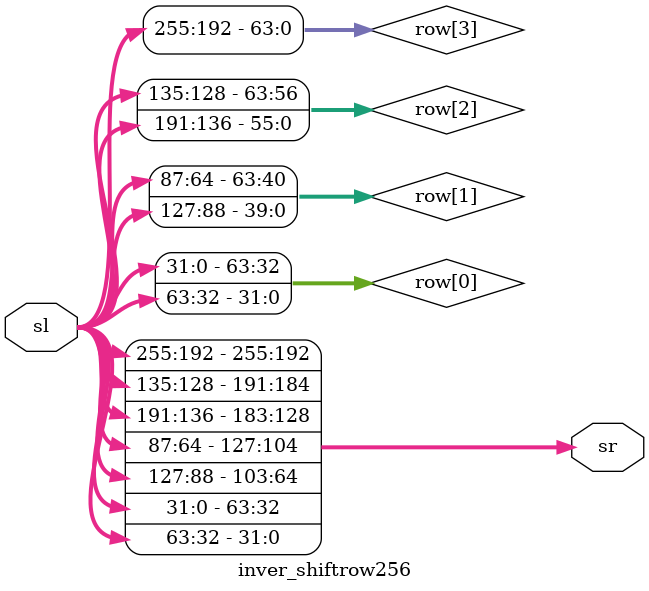
<source format=v>
module inver_shiftrow1(sr, sl);
input  [127:0] sl;
output [127:0] sr;
wire  [31:0] row[3:0];
localparam Nb = 4;

//formed the four rows

assign sr = {row[3], row[2], row[1], row[0]};
assign row[3] = sl[127:96];
assign row[2] = {sl[71:64],sl[95:72]};
assign row[1] = {sl[47:32],sl[63:48]};
assign row[0] = {sl[23:0],sl[31:24]};

endmodule


//Decryption of shiftrows 256bits
module inver_shiftrow256(sr,sl);
input [255:0] sl;
output[255:0] sr;
wire [63:0] row[3:0];
localparam Nb = 8;

//formed the four rows
assign sr = {row[3], row[2], row[1], row[0]};
assign row[3] = sl[255:192];
assign row[2] = {sl[135:128], sl[191:136]};
assign row[1] = {sl[87:64], sl[127:88]};
assign row[0] = {sl[31:0], sl[63:32]};

endmodule

</source>
